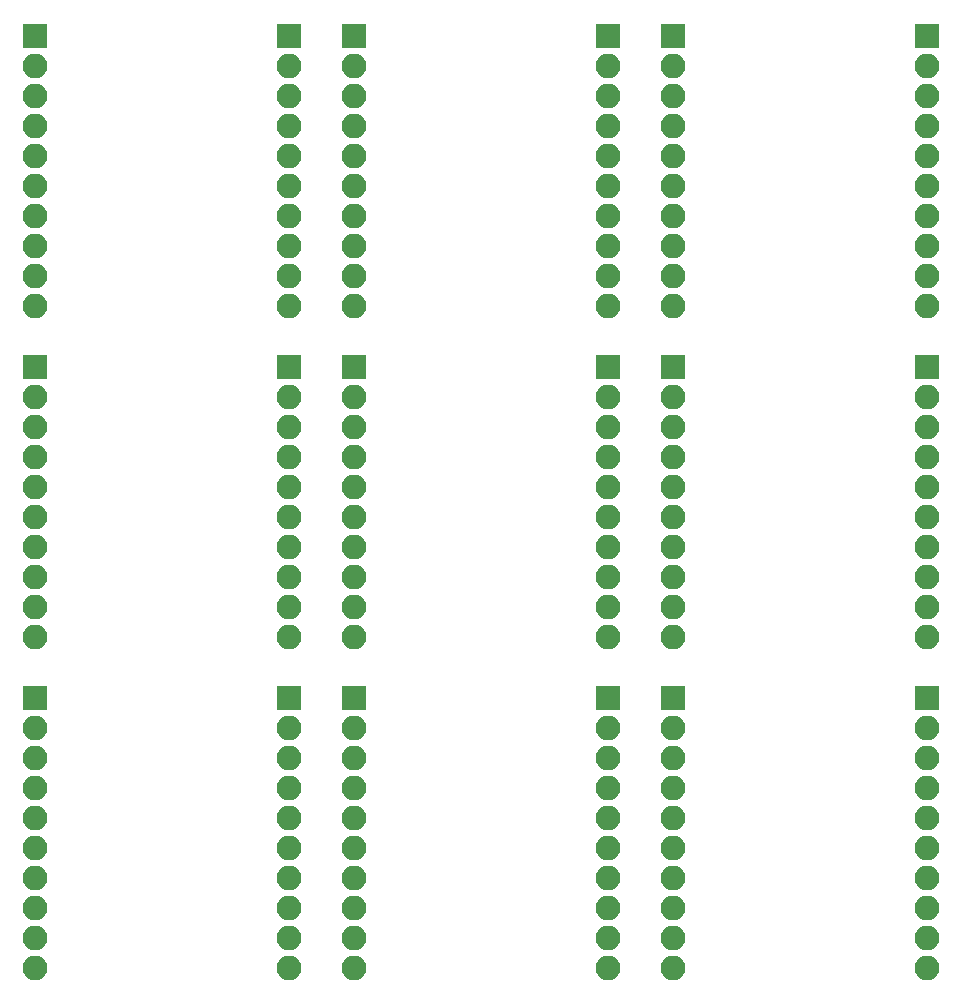
<source format=gbr>
G04 #@! TF.FileFunction,Soldermask,Bot*
%FSLAX46Y46*%
G04 Gerber Fmt 4.6, Leading zero omitted, Abs format (unit mm)*
G04 Created by KiCad (PCBNEW 4.0.1-stable) date 2017/04/09 5:42:53*
%MOMM*%
G01*
G04 APERTURE LIST*
%ADD10C,0.100000*%
%ADD11R,2.100000X2.100000*%
%ADD12O,2.100000X2.100000*%
G04 APERTURE END LIST*
D10*
D11*
X182250000Y-43500000D03*
D12*
X182250000Y-46040000D03*
X182250000Y-48580000D03*
X182250000Y-51120000D03*
X182250000Y-53660000D03*
X182250000Y-56200000D03*
X182250000Y-58740000D03*
X182250000Y-61280000D03*
X182250000Y-63820000D03*
X182250000Y-66360000D03*
D11*
X160750000Y-43500000D03*
D12*
X160750000Y-46040000D03*
X160750000Y-48580000D03*
X160750000Y-51120000D03*
X160750000Y-53660000D03*
X160750000Y-56200000D03*
X160750000Y-58740000D03*
X160750000Y-61280000D03*
X160750000Y-63820000D03*
X160750000Y-66360000D03*
D11*
X133750000Y-43500000D03*
D12*
X133750000Y-46040000D03*
X133750000Y-48580000D03*
X133750000Y-51120000D03*
X133750000Y-53660000D03*
X133750000Y-56200000D03*
X133750000Y-58740000D03*
X133750000Y-61280000D03*
X133750000Y-63820000D03*
X133750000Y-66360000D03*
D11*
X155250000Y-43500000D03*
D12*
X155250000Y-46040000D03*
X155250000Y-48580000D03*
X155250000Y-51120000D03*
X155250000Y-53660000D03*
X155250000Y-56200000D03*
X155250000Y-58740000D03*
X155250000Y-61280000D03*
X155250000Y-63820000D03*
X155250000Y-66360000D03*
D11*
X128250000Y-43500000D03*
D12*
X128250000Y-46040000D03*
X128250000Y-48580000D03*
X128250000Y-51120000D03*
X128250000Y-53660000D03*
X128250000Y-56200000D03*
X128250000Y-58740000D03*
X128250000Y-61280000D03*
X128250000Y-63820000D03*
X128250000Y-66360000D03*
D11*
X106750000Y-43500000D03*
D12*
X106750000Y-46040000D03*
X106750000Y-48580000D03*
X106750000Y-51120000D03*
X106750000Y-53660000D03*
X106750000Y-56200000D03*
X106750000Y-58740000D03*
X106750000Y-61280000D03*
X106750000Y-63820000D03*
X106750000Y-66360000D03*
D11*
X106750000Y-71500000D03*
D12*
X106750000Y-74040000D03*
X106750000Y-76580000D03*
X106750000Y-79120000D03*
X106750000Y-81660000D03*
X106750000Y-84200000D03*
X106750000Y-86740000D03*
X106750000Y-89280000D03*
X106750000Y-91820000D03*
X106750000Y-94360000D03*
D11*
X128250000Y-71500000D03*
D12*
X128250000Y-74040000D03*
X128250000Y-76580000D03*
X128250000Y-79120000D03*
X128250000Y-81660000D03*
X128250000Y-84200000D03*
X128250000Y-86740000D03*
X128250000Y-89280000D03*
X128250000Y-91820000D03*
X128250000Y-94360000D03*
D11*
X155250000Y-71500000D03*
D12*
X155250000Y-74040000D03*
X155250000Y-76580000D03*
X155250000Y-79120000D03*
X155250000Y-81660000D03*
X155250000Y-84200000D03*
X155250000Y-86740000D03*
X155250000Y-89280000D03*
X155250000Y-91820000D03*
X155250000Y-94360000D03*
D11*
X133750000Y-71500000D03*
D12*
X133750000Y-74040000D03*
X133750000Y-76580000D03*
X133750000Y-79120000D03*
X133750000Y-81660000D03*
X133750000Y-84200000D03*
X133750000Y-86740000D03*
X133750000Y-89280000D03*
X133750000Y-91820000D03*
X133750000Y-94360000D03*
D11*
X160750000Y-71500000D03*
D12*
X160750000Y-74040000D03*
X160750000Y-76580000D03*
X160750000Y-79120000D03*
X160750000Y-81660000D03*
X160750000Y-84200000D03*
X160750000Y-86740000D03*
X160750000Y-89280000D03*
X160750000Y-91820000D03*
X160750000Y-94360000D03*
D11*
X182250000Y-71500000D03*
D12*
X182250000Y-74040000D03*
X182250000Y-76580000D03*
X182250000Y-79120000D03*
X182250000Y-81660000D03*
X182250000Y-84200000D03*
X182250000Y-86740000D03*
X182250000Y-89280000D03*
X182250000Y-91820000D03*
X182250000Y-94360000D03*
D11*
X182250000Y-99500000D03*
D12*
X182250000Y-102040000D03*
X182250000Y-104580000D03*
X182250000Y-107120000D03*
X182250000Y-109660000D03*
X182250000Y-112200000D03*
X182250000Y-114740000D03*
X182250000Y-117280000D03*
X182250000Y-119820000D03*
X182250000Y-122360000D03*
D11*
X160750000Y-99500000D03*
D12*
X160750000Y-102040000D03*
X160750000Y-104580000D03*
X160750000Y-107120000D03*
X160750000Y-109660000D03*
X160750000Y-112200000D03*
X160750000Y-114740000D03*
X160750000Y-117280000D03*
X160750000Y-119820000D03*
X160750000Y-122360000D03*
D11*
X133750000Y-99500000D03*
D12*
X133750000Y-102040000D03*
X133750000Y-104580000D03*
X133750000Y-107120000D03*
X133750000Y-109660000D03*
X133750000Y-112200000D03*
X133750000Y-114740000D03*
X133750000Y-117280000D03*
X133750000Y-119820000D03*
X133750000Y-122360000D03*
D11*
X155250000Y-99500000D03*
D12*
X155250000Y-102040000D03*
X155250000Y-104580000D03*
X155250000Y-107120000D03*
X155250000Y-109660000D03*
X155250000Y-112200000D03*
X155250000Y-114740000D03*
X155250000Y-117280000D03*
X155250000Y-119820000D03*
X155250000Y-122360000D03*
D11*
X128250000Y-99500000D03*
D12*
X128250000Y-102040000D03*
X128250000Y-104580000D03*
X128250000Y-107120000D03*
X128250000Y-109660000D03*
X128250000Y-112200000D03*
X128250000Y-114740000D03*
X128250000Y-117280000D03*
X128250000Y-119820000D03*
X128250000Y-122360000D03*
D11*
X106750000Y-99500000D03*
D12*
X106750000Y-102040000D03*
X106750000Y-104580000D03*
X106750000Y-107120000D03*
X106750000Y-109660000D03*
X106750000Y-112200000D03*
X106750000Y-114740000D03*
X106750000Y-117280000D03*
X106750000Y-119820000D03*
X106750000Y-122360000D03*
M02*

</source>
